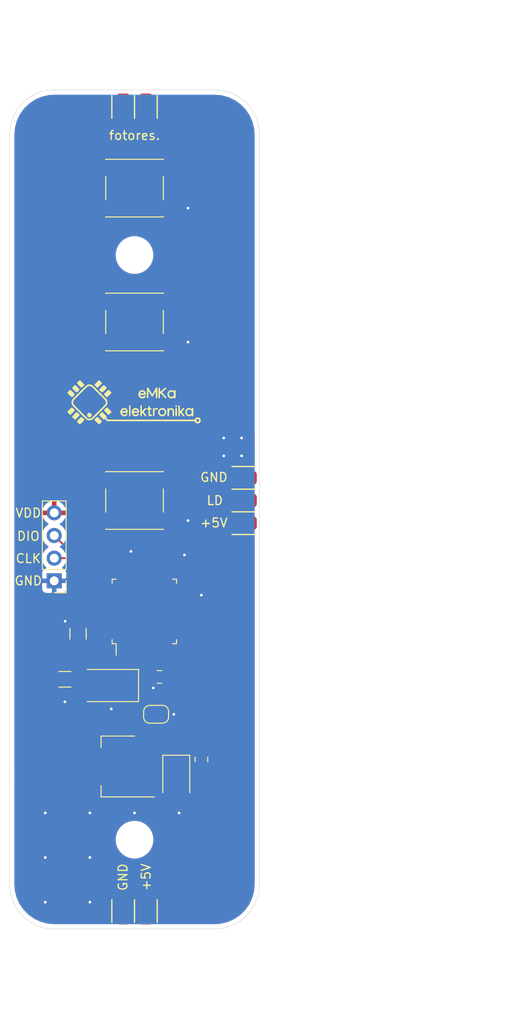
<source format=kicad_pcb>
(kicad_pcb (version 20171130) (host pcbnew "(5.1.6)-1")
  (layers (0 F.Cu signal) (31 B.Cu signal) (34 B.Paste user) (35 F.Paste user) (36 B.SilkS user) (37 F.SilkS user) (38 B.Mask user) (39 F.Mask user) (44 Edge.Cuts user))
  (net 0 "")
  (net 1 GND)
  (net 2 VDD)
  (net 3 "Net-(C5-Pad1)")
  (net 4 "Net-(C6-Pad1)")
  (net 5 "Net-(JP1-Pad2)")
  (net 6 "Net-(U1-Pad46)")
  (net 7 "Net-(U1-Pad45)")
  (net 8 "Net-(U1-Pad43)")
  (net 9 "Net-(U1-Pad42)")
  (net 10 "Net-(U1-Pad41)")
  (net 11 "Net-(U1-Pad40)")
  (net 12 "Net-(U1-Pad39)")
  (net 13 "Net-(U1-Pad38)")
  (net 14 /SW_CLK)
  (net 15 /SW_DIO)
  (net 16 "Net-(U1-Pad33)")
  (net 17 "Net-(U1-Pad32)")
  (net 18 "Net-(U1-Pad28)")
  (net 19 "Net-(U1-Pad27)")
  (net 20 "Net-(U1-Pad26)")
  (net 21 "Net-(U1-Pad25)")
  (net 22 "Net-(U1-Pad22)")
  (net 23 "Net-(U1-Pad21)")
  (net 24 "Net-(U1-Pad20)")
  (net 25 "Net-(U1-Pad18)")
  (net 26 /LED_DATA)
  (net 27 "Net-(U1-Pad16)")
  (net 28 "Net-(U1-Pad15)")
  (net 29 "Net-(U1-Pad14)")
  (net 30 "Net-(U1-Pad13)")
  (net 31 "Net-(U1-Pad12)")
  (net 32 "Net-(U1-Pad11)")
  (net 33 "Net-(U1-Pad10)")
  (net 34 "Net-(U1-Pad2)")
  (net 35 "Net-(U1-Pad1)")
  (net 36 +5V)
  (net 37 "Net-(C9-Pad1)")
  (net 38 "Net-(C10-Pad1)")
  (net 39 /FD_analog)
  (net 40 /SW_1)
  (net 41 /SW_2)
  (net 42 /SW_3)
  (module eMKa_CONNECTORS:easy_plug_short_x2 (layer F.Cu) (at 113.73 54.895)
    (fp_text reference J4 hide)
    (fp_text value Conn_01x02)
    (pad 2 smd roundrect (at 2.54 0) (size 1.524 3) (layers F.Cu F.Mask) (net 39 /FD_analog))
    (pad 1 smd roundrect (at 0 0) (size 1.524 3) (layers F.Cu F.Mask) (net 2 VDD))
  )
  (module eMKa_CONNECTORS:easy_plug_short_x3 (layer F.Cu) (at 127.2 96.45 270)
    (fp_text reference J3 hide)
    (fp_text value Conn_01x03)
    (pad 3 smd roundrect (at 5.08 0 270) (size 1.524 3) (layers F.Cu F.Mask) (net 36 +5V))
    (pad 2 smd roundrect (at 2.54 0 270) (size 1.524 3) (layers F.Cu F.Mask) (net 26 /LED_DATA))
    (pad 1 smd roundrect (at 0 0 270) (size 1.524 3) (layers F.Cu F.Mask) (net 1 GND))
  )
  (module eMKa_CONNECTORS:easy_plug_short_x2 (layer F.Cu) (at 113.73 144.99)
    (fp_text reference J1 hide)
    (fp_text value Conn_01x02)
    (pad 2 smd roundrect (at 2.54 0) (size 1.524 3) (layers F.Cu F.Mask) (net 36 +5V))
    (pad 1 smd roundrect (at 0 0) (size 1.524 3) (layers F.Cu F.Mask) (net 1 GND))
  )
  (module Connector_PinHeader_2.54mm:PinHeader_1x04_P2.54mm_Vertical (layer F.Cu) (at 106 107.99 180)
    (fp_text reference J2 hide)
    (fp_text value Conn_01x04)
    (pad 4 thru_hole oval (at 0 7.62 180) (size 1.7 1.7) (drill 1) (layers *.Cu *.Mask) (net 2 VDD))
    (pad 3 thru_hole oval (at 0 5.08 180) (size 1.7 1.7) (drill 1) (layers *.Cu *.Mask) (net 15 /SW_DIO))
    (pad 2 thru_hole oval (at 0 2.54 180) (size 1.7 1.7) (drill 1) (layers *.Cu *.Mask) (net 14 /SW_CLK))
    (pad 1 thru_hole rect (at 0 0 180) (size 1.7 1.7) (drill 1) (layers *.Cu *.Mask) (net 1 GND))
  )
  (module eMKa_SIMBOLS:emka_logo_male (layer F.Cu) (at 115 87.99)
    (fp_text reference G1 hide)
    (fp_text value eMKa_elektronika_LOGO hide)
  )
  (module MountingHole:MountingHole_3.2mm_M3 (layer F.Cu) (at 115 136.99)
    (fp_text reference H2 hide)
    (fp_text value MountingHole)
    (pad 1 np_thru_hole circle (at 0 0) (size 3.2 3.2) (drill 3.2) (layers *.Cu *.Mask))
  )
  (module MountingHole:MountingHole_3.2mm_M3 (layer F.Cu) (at 115 71.49)
    (fp_text reference H1 hide)
    (fp_text value MountingHole)
    (pad 1 np_thru_hole circle (at 0 0) (size 3.2 3.2) (drill 3.2) (layers *.Cu *.Mask))
  )
  (module Button_Switch_SMD:SW_SPST_PTS645 (layer F.Cu) (at 115 98.99)
    (fp_text reference SW3 hide)
    (fp_text value SW_Push)
    (pad 2 smd rect (at 3.98 2.25) (size 1.55 1.3) (layers F.Cu F.Paste F.Mask) (net 1 GND))
    (pad 1 smd rect (at 3.98 -2.25) (size 1.55 1.3) (layers F.Cu F.Paste F.Mask) (net 42 /SW_3))
    (pad 1 smd rect (at -3.98 -2.25) (size 1.55 1.3) (layers F.Cu F.Paste F.Mask) (net 42 /SW_3))
    (pad 2 smd rect (at -3.98 2.25) (size 1.55 1.3) (layers F.Cu F.Paste F.Mask) (net 1 GND))
  )
  (module Button_Switch_SMD:SW_SPST_PTS645 (layer F.Cu) (at 115 78.99)
    (fp_text reference SW2 hide)
    (fp_text value SW_Push)
    (pad 2 smd rect (at 3.98 2.25) (size 1.55 1.3) (layers F.Cu F.Paste F.Mask) (net 1 GND))
    (pad 1 smd rect (at 3.98 -2.25) (size 1.55 1.3) (layers F.Cu F.Paste F.Mask) (net 41 /SW_2))
    (pad 1 smd rect (at -3.98 -2.25) (size 1.55 1.3) (layers F.Cu F.Paste F.Mask) (net 41 /SW_2))
    (pad 2 smd rect (at -3.98 2.25) (size 1.55 1.3) (layers F.Cu F.Paste F.Mask) (net 1 GND))
  )
  (module Button_Switch_SMD:SW_SPST_PTS645 (layer F.Cu) (at 115 63.99)
    (fp_text reference SW1 hide)
    (fp_text value SW_Push)
    (pad 2 smd rect (at 3.98 2.25) (size 1.55 1.3) (layers F.Cu F.Paste F.Mask) (net 1 GND))
    (pad 1 smd rect (at 3.98 -2.25) (size 1.55 1.3) (layers F.Cu F.Paste F.Mask) (net 40 /SW_1))
    (pad 1 smd rect (at -3.98 -2.25) (size 1.55 1.3) (layers F.Cu F.Paste F.Mask) (net 40 /SW_1))
    (pad 2 smd rect (at -3.98 2.25) (size 1.55 1.3) (layers F.Cu F.Paste F.Mask) (net 1 GND))
  )
  (module Resistor_SMD:R_0402_1005Metric (layer F.Cu) (at 122 105.08 180)
    (fp_text reference R2 hide)
    (fp_text value 4K7)
    (pad 2 smd roundrect (at 0.485 0 180) (size 0.59 0.64) (layers F.Cu F.Paste F.Mask) (net 1 GND))
    (pad 1 smd roundrect (at -0.485 0 180) (size 0.59 0.64) (layers F.Cu F.Paste F.Mask) (net 39 /FD_analog))
  )
  (module Package_TO_SOT_SMD:SOT-223-3_TabPin2 (layer F.Cu) (at 113.16 128.79 180)
    (fp_text reference U2 hide)
    (fp_text value AMS1117-3.3)
    (pad 1 smd rect (at -3.15 -2.3 180) (size 2 1.5) (layers F.Cu F.Paste F.Mask) (net 1 GND))
    (pad 3 smd rect (at -3.15 2.3 180) (size 2 1.5) (layers F.Cu F.Paste F.Mask) (net 36 +5V))
    (pad 2 smd rect (at -3.15 0 180) (size 2 1.5) (layers F.Cu F.Paste F.Mask) (net 2 VDD))
    (pad 2 smd rect (at 3.15 0 180) (size 2 3.8) (layers F.Cu F.Paste F.Mask) (net 2 VDD))
  )
  (module Capacitor_SMD:C_0805_2012Metric (layer F.Cu) (at 122.5 127.99 270)
    (fp_text reference C12 hide)
    (fp_text value 1u)
    (pad 2 smd roundrect (at 0.9375 0 270) (size 0.975 1.4) (layers F.Cu F.Paste F.Mask) (net 1 GND))
    (pad 1 smd roundrect (at -0.9375 0 270) (size 0.975 1.4) (layers F.Cu F.Paste F.Mask) (net 36 +5V))
  )
  (module Capacitor_Tantalum_SMD:CP_EIA-3528-21_Kemet-B (layer F.Cu) (at 119.68 129.99 270)
    (fp_text reference C11 hide)
    (fp_text value 22u)
    (pad 2 smd roundrect (at 1.5375 0 270) (size 1.325 2.35) (layers F.Cu F.Paste F.Mask) (roundrect_rratio 0.188679) (net 1 GND))
    (pad 1 smd roundrect (at -1.5375 0 270) (size 1.325 2.35) (layers F.Cu F.Paste F.Mask) (roundrect_rratio 0.188679) (net 2 VDD))
  )
  (module Crystal:Crystal_SMD_3215-2Pin_3.2x1.5mm (layer F.Cu) (at 107.2 119.02)
    (fp_text reference Y2 hide)
    (fp_text value 32K768)
    (pad 2 smd rect (at -1.25 0) (size 1 1.8) (layers F.Cu F.Paste F.Mask) (net 37 "Net-(C9-Pad1)"))
    (pad 1 smd rect (at 1.25 0) (size 1 1.8) (layers F.Cu F.Paste F.Mask) (net 38 "Net-(C10-Pad1)"))
  )
  (module Crystal:Crystal_SMD_5032-2Pin_5.0x3.2mm (layer F.Cu) (at 112.4 119.72 180)
    (fp_text reference Y1 hide)
    (fp_text value 8M)
    (pad 2 smd rect (at 1.85 0 180) (size 2 2.4) (layers F.Cu F.Paste F.Mask) (net 3 "Net-(C5-Pad1)"))
    (pad 1 smd rect (at -1.85 0 180) (size 2 2.4) (layers F.Cu F.Paste F.Mask) (net 4 "Net-(C6-Pad1)"))
  )
  (module Package_QFP:LQFP-48_7x7mm_P0.5mm (layer F.Cu) (at 116.1 111.42 90)
    (fp_text reference U1 hide)
    (fp_text value STM32F103C8Tx)
    (pad 48 smd roundrect (at -2.75 -4.1625 90) (size 0.3 1.475) (layers F.Cu F.Paste F.Mask) (net 2 VDD))
    (pad 47 smd roundrect (at -2.25 -4.1625 90) (size 0.3 1.475) (layers F.Cu F.Paste F.Mask) (net 1 GND))
    (pad 46 smd roundrect (at -1.75 -4.1625 90) (size 0.3 1.475) (layers F.Cu F.Paste F.Mask) (net 6 "Net-(U1-Pad46)"))
    (pad 45 smd roundrect (at -1.25 -4.1625 90) (size 0.3 1.475) (layers F.Cu F.Paste F.Mask) (net 7 "Net-(U1-Pad45)"))
    (pad 44 smd roundrect (at -0.75 -4.1625 90) (size 0.3 1.475) (layers F.Cu F.Paste F.Mask) (net 1 GND))
    (pad 43 smd roundrect (at -0.25 -4.1625 90) (size 0.3 1.475) (layers F.Cu F.Paste F.Mask) (net 8 "Net-(U1-Pad43)"))
    (pad 42 smd roundrect (at 0.25 -4.1625 90) (size 0.3 1.475) (layers F.Cu F.Paste F.Mask) (net 9 "Net-(U1-Pad42)"))
    (pad 41 smd roundrect (at 0.75 -4.1625 90) (size 0.3 1.475) (layers F.Cu F.Paste F.Mask) (net 10 "Net-(U1-Pad41)"))
    (pad 40 smd roundrect (at 1.25 -4.1625 90) (size 0.3 1.475) (layers F.Cu F.Paste F.Mask) (net 11 "Net-(U1-Pad40)"))
    (pad 39 smd roundrect (at 1.75 -4.1625 90) (size 0.3 1.475) (layers F.Cu F.Paste F.Mask) (net 12 "Net-(U1-Pad39)"))
    (pad 38 smd roundrect (at 2.25 -4.1625 90) (size 0.3 1.475) (layers F.Cu F.Paste F.Mask) (net 13 "Net-(U1-Pad38)"))
    (pad 37 smd roundrect (at 2.75 -4.1625 90) (size 0.3 1.475) (layers F.Cu F.Paste F.Mask) (net 14 /SW_CLK))
    (pad 36 smd roundrect (at 4.1625 -2.75 90) (size 1.475 0.3) (layers F.Cu F.Paste F.Mask) (net 2 VDD))
    (pad 35 smd roundrect (at 4.1625 -2.25 90) (size 1.475 0.3) (layers F.Cu F.Paste F.Mask) (net 1 GND))
    (pad 34 smd roundrect (at 4.1625 -1.75 90) (size 1.475 0.3) (layers F.Cu F.Paste F.Mask) (net 15 /SW_DIO))
    (pad 33 smd roundrect (at 4.1625 -1.25 90) (size 1.475 0.3) (layers F.Cu F.Paste F.Mask) (net 16 "Net-(U1-Pad33)"))
    (pad 32 smd roundrect (at 4.1625 -0.75 90) (size 1.475 0.3) (layers F.Cu F.Paste F.Mask) (net 17 "Net-(U1-Pad32)"))
    (pad 31 smd roundrect (at 4.1625 -0.25 90) (size 1.475 0.3) (layers F.Cu F.Paste F.Mask) (net 40 /SW_1))
    (pad 30 smd roundrect (at 4.1625 0.25 90) (size 1.475 0.3) (layers F.Cu F.Paste F.Mask) (net 41 /SW_2))
    (pad 29 smd roundrect (at 4.1625 0.75 90) (size 1.475 0.3) (layers F.Cu F.Paste F.Mask) (net 42 /SW_3))
    (pad 28 smd roundrect (at 4.1625 1.25 90) (size 1.475 0.3) (layers F.Cu F.Paste F.Mask) (net 18 "Net-(U1-Pad28)"))
    (pad 27 smd roundrect (at 4.1625 1.75 90) (size 1.475 0.3) (layers F.Cu F.Paste F.Mask) (net 19 "Net-(U1-Pad27)"))
    (pad 26 smd roundrect (at 4.1625 2.25 90) (size 1.475 0.3) (layers F.Cu F.Paste F.Mask) (net 20 "Net-(U1-Pad26)"))
    (pad 25 smd roundrect (at 4.1625 2.75 90) (size 1.475 0.3) (layers F.Cu F.Paste F.Mask) (net 21 "Net-(U1-Pad25)"))
    (pad 24 smd roundrect (at 2.75 4.1625 90) (size 0.3 1.475) (layers F.Cu F.Paste F.Mask) (net 2 VDD))
    (pad 23 smd roundrect (at 2.25 4.1625 90) (size 0.3 1.475) (layers F.Cu F.Paste F.Mask) (net 1 GND))
    (pad 22 smd roundrect (at 1.75 4.1625 90) (size 0.3 1.475) (layers F.Cu F.Paste F.Mask) (net 22 "Net-(U1-Pad22)"))
    (pad 21 smd roundrect (at 1.25 4.1625 90) (size 0.3 1.475) (layers F.Cu F.Paste F.Mask) (net 23 "Net-(U1-Pad21)"))
    (pad 20 smd roundrect (at 0.75 4.1625 90) (size 0.3 1.475) (layers F.Cu F.Paste F.Mask) (net 24 "Net-(U1-Pad20)"))
    (pad 19 smd roundrect (at 0.25 4.1625 90) (size 0.3 1.475) (layers F.Cu F.Paste F.Mask) (net 39 /FD_analog))
    (pad 18 smd roundrect (at -0.25 4.1625 90) (size 0.3 1.475) (layers F.Cu F.Paste F.Mask) (net 25 "Net-(U1-Pad18)"))
    (pad 17 smd roundrect (at -0.75 4.1625 90) (size 0.3 1.475) (layers F.Cu F.Paste F.Mask) (net 26 /LED_DATA))
    (pad 16 smd roundrect (at -1.25 4.1625 90) (size 0.3 1.475) (layers F.Cu F.Paste F.Mask) (net 27 "Net-(U1-Pad16)"))
    (pad 15 smd roundrect (at -1.75 4.1625 90) (size 0.3 1.475) (layers F.Cu F.Paste F.Mask) (net 28 "Net-(U1-Pad15)"))
    (pad 14 smd roundrect (at -2.25 4.1625 90) (size 0.3 1.475) (layers F.Cu F.Paste F.Mask) (net 29 "Net-(U1-Pad14)"))
    (pad 13 smd roundrect (at -2.75 4.1625 90) (size 0.3 1.475) (layers F.Cu F.Paste F.Mask) (net 30 "Net-(U1-Pad13)"))
    (pad 12 smd roundrect (at -4.1625 2.75 90) (size 1.475 0.3) (layers F.Cu F.Paste F.Mask) (net 31 "Net-(U1-Pad12)"))
    (pad 11 smd roundrect (at -4.1625 2.25 90) (size 1.475 0.3) (layers F.Cu F.Paste F.Mask) (net 32 "Net-(U1-Pad11)"))
    (pad 10 smd roundrect (at -4.1625 1.75 90) (size 1.475 0.3) (layers F.Cu F.Paste F.Mask) (net 33 "Net-(U1-Pad10)"))
    (pad 9 smd roundrect (at -4.1625 1.25 90) (size 1.475 0.3) (layers F.Cu F.Paste F.Mask) (net 2 VDD))
    (pad 8 smd roundrect (at -4.1625 0.75 90) (size 1.475 0.3) (layers F.Cu F.Paste F.Mask) (net 1 GND))
    (pad 7 smd roundrect (at -4.1625 0.25 90) (size 1.475 0.3) (layers F.Cu F.Paste F.Mask) (net 5 "Net-(JP1-Pad2)"))
    (pad 6 smd roundrect (at -4.1625 -0.25 90) (size 1.475 0.3) (layers F.Cu F.Paste F.Mask) (net 4 "Net-(C6-Pad1)"))
    (pad 5 smd roundrect (at -4.1625 -0.75 90) (size 1.475 0.3) (layers F.Cu F.Paste F.Mask) (net 3 "Net-(C5-Pad1)"))
    (pad 4 smd roundrect (at -4.1625 -1.25 90) (size 1.475 0.3) (layers F.Cu F.Paste F.Mask) (net 38 "Net-(C10-Pad1)"))
    (pad 3 smd roundrect (at -4.1625 -1.75 90) (size 1.475 0.3) (layers F.Cu F.Paste F.Mask) (net 37 "Net-(C9-Pad1)"))
    (pad 2 smd roundrect (at -4.1625 -2.25 90) (size 1.475 0.3) (layers F.Cu F.Paste F.Mask) (net 34 "Net-(U1-Pad2)"))
    (pad 1 smd roundrect (at -4.1625 -2.75 90) (size 1.475 0.3) (layers F.Cu F.Paste F.Mask) (net 35 "Net-(U1-Pad1)"))
  )
  (module Resistor_SMD:R_0402_1005Metric (layer F.Cu) (at 117.43 121.06 180)
    (fp_text reference R1 hide)
    (fp_text value 4K7)
    (pad 2 smd roundrect (at 0.485 0 180) (size 0.59 0.64) (layers F.Cu F.Paste F.Mask) (net 5 "Net-(JP1-Pad2)"))
    (pad 1 smd roundrect (at -0.485 0 180) (size 0.59 0.64) (layers F.Cu F.Paste F.Mask) (net 2 VDD))
  )
  (module Jumper:SolderJumper-2_P1.3mm_Open_RoundedPad1.0x1.5mm (layer F.Cu) (at 117.42 122.94 180)
    (fp_text reference JP1 hide)
    (fp_text value Jumper)
    (pad 2 smd custom (at 0.65 0 180) (size 1 0.5) (layers F.Cu F.Mask) (net 5 "Net-(JP1-Pad2)") (options (clearance outline) (anchor rect)) (primitives (gr_circle (center 0 0.25) (end 0.5 0.25) (width 0)) (gr_circle (center 0 -0.25) (end 0.5 -0.25) (width 0)) (gr_poly (pts (xy 0 -0.75) (xy -0.5 -0.75) (xy -0.5 0.75) (xy 0 0.75)) (width 0))))
    (pad 1 smd custom (at -0.65 0 180) (size 1 0.5) (layers F.Cu F.Mask) (net 1 GND) (options (clearance outline) (anchor rect)) (primitives (gr_circle (center 0 0.25) (end 0.5 0.25) (width 0)) (gr_circle (center 0 -0.25) (end 0.5 -0.25) (width 0)) (gr_poly (pts (xy 0 -0.75) (xy 0.5 -0.75) (xy 0.5 0.75) (xy 0 0.75)) (width 0))))
  )
  (module Capacitor_SMD:C_0402_1005Metric (layer F.Cu) (at 108.2 120.82 180)
    (fp_text reference C10 hide)
    (fp_text value 12p)
    (pad 2 smd roundrect (at 0.485 0 180) (size 0.59 0.64) (layers F.Cu F.Paste F.Mask) (net 1 GND))
    (pad 1 smd roundrect (at -0.485 0 180) (size 0.59 0.64) (layers F.Cu F.Paste F.Mask) (net 38 "Net-(C10-Pad1)"))
  )
  (module Capacitor_SMD:C_0402_1005Metric (layer F.Cu) (at 106.2 120.82)
    (fp_text reference C9 hide)
    (fp_text value 12p)
    (pad 2 smd roundrect (at 0.485 0) (size 0.59 0.64) (layers F.Cu F.Paste F.Mask) (net 1 GND))
    (pad 1 smd roundrect (at -0.485 0) (size 0.59 0.64) (layers F.Cu F.Paste F.Mask) (net 37 "Net-(C9-Pad1)"))
  )
  (module Capacitor_SMD:C_0805_2012Metric (layer F.Cu) (at 117.8 118.75 180)
    (fp_text reference C8 hide)
    (fp_text value 1u)
    (pad 2 smd roundrect (at 0.9375 0 180) (size 0.975 1.4) (layers F.Cu F.Paste F.Mask) (net 1 GND))
    (pad 1 smd roundrect (at -0.9375 0 180) (size 0.975 1.4) (layers F.Cu F.Paste F.Mask) (net 2 VDD))
  )
  (module Capacitor_SMD:C_0402_1005Metric (layer F.Cu) (at 117.4 117.22 180)
    (fp_text reference C7 hide)
    (fp_text value 10n)
    (pad 2 smd roundrect (at 0.485 0 180) (size 0.59 0.64) (layers F.Cu F.Paste F.Mask) (net 1 GND))
    (pad 1 smd roundrect (at -0.485 0 180) (size 0.59 0.64) (layers F.Cu F.Paste F.Mask) (net 2 VDD))
  )
  (module Capacitor_SMD:C_0402_1005Metric (layer F.Cu) (at 113.9 122.32 180)
    (fp_text reference C6 hide)
    (fp_text value 20p)
    (pad 2 smd roundrect (at 0.485 0 180) (size 0.59 0.64) (layers F.Cu F.Paste F.Mask) (net 1 GND))
    (pad 1 smd roundrect (at -0.485 0 180) (size 0.59 0.64) (layers F.Cu F.Paste F.Mask) (net 4 "Net-(C6-Pad1)"))
  )
  (module Capacitor_SMD:C_0402_1005Metric (layer F.Cu) (at 110.9 122.32)
    (fp_text reference C5 hide)
    (fp_text value 20p)
    (pad 2 smd roundrect (at 0.485 0) (size 0.59 0.64) (layers F.Cu F.Paste F.Mask) (net 1 GND))
    (pad 1 smd roundrect (at -0.485 0) (size 0.59 0.64) (layers F.Cu F.Paste F.Mask) (net 3 "Net-(C5-Pad1)"))
  )
  (module Capacitor_SMD:C_0402_1005Metric (layer F.Cu) (at 110.4 113.92 90)
    (fp_text reference C4 hide)
    (fp_text value 100n)
    (pad 2 smd roundrect (at 0.485 0 90) (size 0.59 0.64) (layers F.Cu F.Paste F.Mask) (net 1 GND))
    (pad 1 smd roundrect (at -0.485 0 90) (size 0.59 0.64) (layers F.Cu F.Paste F.Mask) (net 2 VDD))
  )
  (module Capacitor_SMD:C_0402_1005Metric (layer F.Cu) (at 113.6 105.7)
    (fp_text reference C3 hide)
    (fp_text value 100n)
    (pad 2 smd roundrect (at 0.485 0) (size 0.59 0.64) (layers F.Cu F.Paste F.Mask) (net 1 GND))
    (pad 1 smd roundrect (at -0.485 0) (size 0.59 0.64) (layers F.Cu F.Paste F.Mask) (net 2 VDD))
  )
  (module Capacitor_SMD:C_0402_1005Metric (layer F.Cu) (at 121.83 108.92 270)
    (fp_text reference C2 hide)
    (fp_text value 100n)
    (pad 2 smd roundrect (at 0.485 0 270) (size 0.59 0.64) (layers F.Cu F.Paste F.Mask) (net 1 GND))
    (pad 1 smd roundrect (at -0.485 0 270) (size 0.59 0.64) (layers F.Cu F.Paste F.Mask) (net 2 VDD))
  )
  (module Capacitor_SMD:C_1206_3216Metric (layer F.Cu) (at 108.67 113.92 90)
    (fp_text reference C1 hide)
    (fp_text value 4,7u)
    (pad 2 smd roundrect (at 1.4 0 90) (size 1.25 1.75) (layers F.Cu F.Paste F.Mask) (roundrect_rratio 0.2) (net 1 GND))
    (pad 1 smd roundrect (at -1.4 0 90) (size 1.25 1.75) (layers F.Cu F.Paste F.Mask) (roundrect_rratio 0.2) (net 2 VDD))
  )
  (gr_text fotores. (at 115 58.09) (layer F.SilkS) (effects (font (size 1 1))))
  (gr_text CLK (at 103.1 105.49) (layer F.SilkS) (effects (font (size 1 1))))
  (gr_text DIO (at 103.1 102.99) (layer F.SilkS) (effects (font (size 1 1))))
  (gr_text GND (at 103.1 107.99) (layer F.SilkS) (effects (font (size 1 1))))
  (gr_text VDD (at 103.1 100.39) (layer F.SilkS) (effects (font (size 1 1))))
  (gr_text LD (at 124 98.99) (layer F.SilkS) (effects (font (size 1 1))))
  (gr_text +5V (at 123.9 101.49) (layer F.SilkS) (effects (font (size 1 1))))
  (gr_text "GND\n" (at 123.9 96.39) (layer F.SilkS) (effects (font (size 1 1))))
  (gr_text +5V (at 116.3 141.19 90) (layer F.SilkS) (effects (font (size 1 1))))
  (gr_text "GND\n" (at 113.7 141.19 90) (layer F.SilkS) (effects (font (size 1 1))))
  (gr_arc (start 106 141.99) (end 101 141.99) (angle -90) (layer Edge.Cuts) (width 0.05))
  (gr_line (start 124 146.99) (end 106 146.99) (layer Edge.Cuts) (width 0.05))
  (gr_arc (start 124 141.99) (end 124 146.99) (angle -90) (layer Edge.Cuts) (width 0.05))
  (gr_arc (start 124 57.99) (end 129 57.99) (angle -90) (layer Edge.Cuts) (width 0.05))
  (gr_arc (start 106 57.99) (end 106 52.99) (angle -90) (layer Edge.Cuts) (width 0.05))
  (gr_line (start 106 52.99) (end 124 52.99) (layer Edge.Cuts) (width 0.05))
  (gr_line (start 101 57.99) (end 101 141.99) (layer Edge.Cuts) (width 0.05))
  (gr_line (start 129 57.99) (end 129 141.99) (layer Edge.Cuts) (width 0.05))
  (segment (start 116.85 117.155) (end 116.915 117.22) (width 0.2) (layer F.Cu) (net 1))
  (segment (start 116.85 115.5825) (end 116.85 117.155) (width 0.2) (layer F.Cu) (net 1))
  (segment (start 113.85 105.935) (end 114.085 105.7) (width 0.2) (layer F.Cu) (net 1))
  (segment (start 113.85 107.2575) (end 113.85 105.935) (width 0.2) (layer F.Cu) (net 1))
  (segment (start 110.635 113.67) (end 110.4 113.435) (width 0.2) (layer F.Cu) (net 1))
  (segment (start 111.9375 113.67) (end 110.635 113.67) (width 0.2) (layer F.Cu) (net 1))
  (segment (start 121.595 109.17) (end 121.83 109.405) (width 0.2) (layer F.Cu) (net 1))
  (segment (start 120.2625 109.17) (end 121.595 109.17) (width 0.2) (layer F.Cu) (net 1))
  (segment (start 118.98 101.24) (end 111.02 101.24) (width 0.2) (layer F.Cu) (net 1))
  (segment (start 111.02 81.24) (end 118.98 81.24) (width 0.2) (layer F.Cu) (net 1))
  (segment (start 111.02 66.24) (end 118.98 66.24) (width 0.2) (layer F.Cu) (net 1))
  (via (at 105 143.99) (size 0.6) (drill 0.3) (layers F.Cu B.Cu) (net 1))
  (via (at 110 143.99) (size 0.6) (drill 0.3) (layers F.Cu B.Cu) (net 1))
  (via (at 110 138.99) (size 0.6) (drill 0.3) (layers F.Cu B.Cu) (net 1))
  (via (at 105 138.99) (size 0.6) (drill 0.3) (layers F.Cu B.Cu) (net 1))
  (via (at 105 133.99) (size 0.6) (drill 0.3) (layers F.Cu B.Cu) (net 1))
  (via (at 110 133.99) (size 0.6) (drill 0.3) (layers F.Cu B.Cu) (net 1))
  (via (at 115 133.99) (size 0.6) (drill 0.3) (layers F.Cu B.Cu) (net 1))
  (via (at 120 133.99) (size 0.6) (drill 0.3) (layers F.Cu B.Cu) (net 1))
  (via (at 119.4 122.94) (size 0.6) (drill 0.3) (layers F.Cu B.Cu) (net 1))
  (segment (start 118.07 122.94) (end 119.4 122.94) (width 0.2) (layer F.Cu) (net 1))
  (segment (start 116.915 118.6975) (end 116.8625 118.75) (width 0.2) (layer F.Cu) (net 1))
  (segment (start 116.915 117.22) (end 116.915 118.6975) (width 0.2) (layer F.Cu) (net 1))
  (via (at 117.1 119.99) (size 0.6) (drill 0.3) (layers F.Cu B.Cu) (net 1))
  (segment (start 116.8625 118.75) (end 116.8625 119.7525) (width 0.2) (layer F.Cu) (net 1))
  (segment (start 116.8625 119.7525) (end 117.1 119.99) (width 0.2) (layer F.Cu) (net 1))
  (via (at 112.4 122.34) (size 0.6) (drill 0.3) (layers F.Cu B.Cu) (net 1))
  (segment (start 112.43 122.32) (end 112.42 122.32) (width 0.2) (layer F.Cu) (net 1))
  (segment (start 112.42 122.32) (end 112.4 122.34) (width 0.2) (layer F.Cu) (net 1))
  (segment (start 112.43 122.32) (end 111.385 122.32) (width 0.2) (layer F.Cu) (net 1))
  (segment (start 113.415 122.32) (end 112.43 122.32) (width 0.2) (layer F.Cu) (net 1))
  (via (at 107.2 121.54) (size 0.6) (drill 0.3) (layers F.Cu B.Cu) (net 1))
  (segment (start 107.205 120.82) (end 107.715 120.82) (width 0.2) (layer F.Cu) (net 1))
  (segment (start 107.205 121.535) (end 107.2 121.54) (width 0.2) (layer F.Cu) (net 1))
  (segment (start 107.205 120.82) (end 107.205 121.535) (width 0.2) (layer F.Cu) (net 1))
  (segment (start 106.685 120.82) (end 107.205 120.82) (width 0.2) (layer F.Cu) (net 1))
  (segment (start 110.4 113.435) (end 110.02 113.435) (width 0.2) (layer F.Cu) (net 1))
  (segment (start 109.105 112.52) (end 108.67 112.52) (width 0.2) (layer F.Cu) (net 1))
  (segment (start 110.02 113.435) (end 109.105 112.52) (width 0.2) (layer F.Cu) (net 1))
  (via (at 107.225 112.515) (size 0.6) (drill 0.3) (layers F.Cu B.Cu) (net 1))
  (segment (start 108.67 112.52) (end 107.23 112.52) (width 0.2) (layer F.Cu) (net 1))
  (segment (start 107.23 112.52) (end 107.225 112.515) (width 0.2) (layer F.Cu) (net 1))
  (via (at 125 93.99) (size 0.6) (drill 0.3) (layers F.Cu B.Cu) (net 1))
  (via (at 125 91.99) (size 0.6) (drill 0.3) (layers F.Cu B.Cu) (net 1))
  (via (at 127 91.99) (size 0.6) (drill 0.3) (layers F.Cu B.Cu) (net 1))
  (via (at 127 93.99) (size 0.6) (drill 0.3) (layers F.Cu B.Cu) (net 1))
  (via (at 121 81.24) (size 0.6) (drill 0.3) (layers F.Cu B.Cu) (net 1))
  (segment (start 118.98 81.24) (end 121 81.24) (width 0.2) (layer F.Cu) (net 1))
  (via (at 121 101.24) (size 0.6) (drill 0.3) (layers F.Cu B.Cu) (net 1))
  (segment (start 118.98 101.24) (end 121 101.24) (width 0.2) (layer F.Cu) (net 1))
  (via (at 121 66.24) (size 0.6) (drill 0.3) (layers F.Cu B.Cu) (net 1))
  (segment (start 118.98 66.24) (end 121 66.24) (width 0.2) (layer F.Cu) (net 1))
  (via (at 120.6 105.09) (size 0.6) (drill 0.3) (layers F.Cu B.Cu) (net 1))
  (segment (start 121.515 105.08) (end 120.61 105.08) (width 0.2) (layer F.Cu) (net 1))
  (segment (start 120.61 105.08) (end 120.6 105.09) (width 0.2) (layer F.Cu) (net 1))
  (segment (start 111.9375 112.17) (end 110.82 112.17) (width 0.2) (layer F.Cu) (net 1))
  (segment (start 110.4 112.59) (end 110.4 113.435) (width 0.2) (layer F.Cu) (net 1))
  (segment (start 110.82 112.17) (end 110.4 112.59) (width 0.2) (layer F.Cu) (net 1))
  (via (at 114.6 104.69) (size 0.6) (drill 0.3) (layers F.Cu B.Cu) (net 1))
  (segment (start 114.085 105.7) (end 114.085 105.205) (width 0.2) (layer F.Cu) (net 1))
  (segment (start 114.085 105.205) (end 114.6 104.69) (width 0.2) (layer F.Cu) (net 1))
  (via (at 122.5 109.59) (size 0.6) (drill 0.3) (layers F.Cu B.Cu) (net 1))
  (segment (start 121.83 109.405) (end 122.315 109.405) (width 0.2) (layer F.Cu) (net 1))
  (segment (start 122.315 109.405) (end 122.5 109.59) (width 0.2) (layer F.Cu) (net 1))
  (segment (start 117.35 115.5825) (end 117.35 116.48) (width 0.2) (layer F.Cu) (net 2))
  (segment (start 117.885 117.015) (end 117.885 117.22) (width 0.2) (layer F.Cu) (net 2))
  (segment (start 117.35 116.48) (end 117.885 117.015) (width 0.2) (layer F.Cu) (net 2))
  (segment (start 113.35 105.935) (end 113.115 105.7) (width 0.2) (layer F.Cu) (net 2))
  (segment (start 113.35 107.2575) (end 113.35 105.935) (width 0.2) (layer F.Cu) (net 2))
  (segment (start 110.635 114.17) (end 110.4 114.405) (width 0.2) (layer F.Cu) (net 2))
  (segment (start 111.9375 114.17) (end 110.635 114.17) (width 0.2) (layer F.Cu) (net 2))
  (segment (start 121.595 108.67) (end 121.83 108.435) (width 0.2) (layer F.Cu) (net 2))
  (segment (start 120.2625 108.67) (end 121.595 108.67) (width 0.2) (layer F.Cu) (net 2))
  (segment (start 116.31 128.79) (end 117.7 128.79) (width 0.2) (layer F.Cu) (net 2))
  (segment (start 118.0375 128.4525) (end 119.68 128.4525) (width 0.2) (layer F.Cu) (net 2))
  (segment (start 117.7 128.79) (end 118.0375 128.4525) (width 0.2) (layer F.Cu) (net 2))
  (segment (start 110.415 122.32) (end 110.415 121.425) (width 0.2) (layer F.Cu) (net 3))
  (segment (start 110.55 121.29) (end 110.55 119.72) (width 0.2) (layer F.Cu) (net 3))
  (segment (start 110.415 121.425) (end 110.55 121.29) (width 0.2) (layer F.Cu) (net 3))
  (segment (start 110.55 118.34) (end 110.55 119.72) (width 0.2) (layer F.Cu) (net 3))
  (segment (start 114.6 117.89) (end 111 117.89) (width 0.2) (layer F.Cu) (net 3))
  (segment (start 115.35 115.5825) (end 115.35 117.14) (width 0.2) (layer F.Cu) (net 3))
  (segment (start 111 117.89) (end 110.55 118.34) (width 0.2) (layer F.Cu) (net 3))
  (segment (start 115.35 117.14) (end 114.6 117.89) (width 0.2) (layer F.Cu) (net 3))
  (segment (start 114.385 122.32) (end 114.385 121.655) (width 0.2) (layer F.Cu) (net 4))
  (segment (start 114.25 121.52) (end 114.25 119.72) (width 0.2) (layer F.Cu) (net 4))
  (segment (start 114.385 121.655) (end 114.25 121.52) (width 0.2) (layer F.Cu) (net 4))
  (segment (start 115.85 115.5825) (end 115.85 117.39) (width 0.2) (layer F.Cu) (net 4))
  (segment (start 114.25 118.99) (end 114.25 119.72) (width 0.2) (layer F.Cu) (net 4))
  (segment (start 115.85 117.39) (end 114.25 118.99) (width 0.2) (layer F.Cu) (net 4))
  (segment (start 116.35 115.5825) (end 116.35 116.49001) (width 0.2) (layer F.Cu) (net 5))
  (segment (start 116.35 116.49001) (end 116.25001 116.59) (width 0.2) (layer F.Cu) (net 5))
  (segment (start 116.25001 116.59) (end 116.25001 117.63999) (width 0.2) (layer F.Cu) (net 5))
  (segment (start 116.25001 117.63999) (end 115.8 118.09) (width 0.2) (layer F.Cu) (net 5))
  (segment (start 115.8 118.09) (end 115.8 120.19) (width 0.2) (layer F.Cu) (net 5))
  (segment (start 116.67 121.06) (end 116.945 121.06) (width 0.2) (layer F.Cu) (net 5))
  (segment (start 115.8 120.19) (end 116.67 121.06) (width 0.2) (layer F.Cu) (net 5))
  (segment (start 116.945 122.765) (end 116.77 122.94) (width 0.2) (layer F.Cu) (net 5))
  (segment (start 116.945 121.06) (end 116.945 122.765) (width 0.2) (layer F.Cu) (net 5))
  (segment (start 111.9375 108.67) (end 110.68 108.67) (width 0.2) (layer F.Cu) (net 14))
  (segment (start 107.46 105.45) (end 106 105.45) (width 0.2) (layer F.Cu) (net 14))
  (segment (start 110.68 108.67) (end 107.46 105.45) (width 0.2) (layer F.Cu) (net 14))
  (segment (start 106 102.91) (end 110.98 107.89) (width 0.2) (layer F.Cu) (net 15))
  (segment (start 110.98 107.89) (end 112.6 107.89) (width 0.2) (layer F.Cu) (net 15))
  (segment (start 112.6 107.89) (end 113.2 108.49) (width 0.2) (layer F.Cu) (net 15))
  (segment (start 113.2 108.49) (end 114.2 108.49) (width 0.2) (layer F.Cu) (net 15))
  (segment (start 114.35 108.34) (end 114.35 107.2575) (width 0.2) (layer F.Cu) (net 15))
  (segment (start 114.2 108.49) (end 114.35 108.34) (width 0.2) (layer F.Cu) (net 15))
  (segment (start 120.2625 112.17) (end 123.17 112.17) (width 0.2) (layer F.Cu) (net 26))
  (segment (start 123.17 112.17) (end 124 111.34) (width 0.2) (layer F.Cu) (net 26))
  (segment (start 124 111.34) (end 124 99.915) (width 0.2) (layer F.Cu) (net 26))
  (segment (start 124.925 98.99) (end 127.75 98.99) (width 0.2) (layer F.Cu) (net 26))
  (segment (start 124 99.915) (end 124.925 98.99) (width 0.2) (layer F.Cu) (net 26))
  (segment (start 105.715 120.82) (end 105.715 120.425) (width 0.2) (layer F.Cu) (net 37))
  (segment (start 105.95 120.19) (end 105.95 119.02) (width 0.2) (layer F.Cu) (net 37))
  (segment (start 105.715 120.425) (end 105.95 120.19) (width 0.2) (layer F.Cu) (net 37))
  (segment (start 114.35 115.5825) (end 114.35 116.83998) (width 0.2) (layer F.Cu) (net 37))
  (segment (start 114.35 116.83998) (end 114.1 117.08998) (width 0.2) (layer F.Cu) (net 37))
  (segment (start 114.1 117.08998) (end 106.50002 117.08998) (width 0.2) (layer F.Cu) (net 37))
  (segment (start 105.95 117.64) (end 105.95 119.02) (width 0.2) (layer F.Cu) (net 37))
  (segment (start 106.50002 117.08998) (end 105.95 117.64) (width 0.2) (layer F.Cu) (net 37))
  (segment (start 108.685 120.82) (end 108.685 120.355) (width 0.2) (layer F.Cu) (net 38))
  (segment (start 108.45 120.12) (end 108.45 119.02) (width 0.2) (layer F.Cu) (net 38))
  (segment (start 108.685 120.355) (end 108.45 120.12) (width 0.2) (layer F.Cu) (net 38))
  (segment (start 108.45 117.94) (end 108.45 119.02) (width 0.2) (layer F.Cu) (net 38))
  (segment (start 108.90001 117.48999) (end 108.45 117.94) (width 0.2) (layer F.Cu) (net 38))
  (segment (start 114.40001 117.48999) (end 108.90001 117.48999) (width 0.2) (layer F.Cu) (net 38))
  (segment (start 114.85 115.5825) (end 114.85 117.04) (width 0.2) (layer F.Cu) (net 38))
  (segment (start 114.85 117.04) (end 114.40001 117.48999) (width 0.2) (layer F.Cu) (net 38))
  (segment (start 120.2625 111.17) (end 122.72 111.17) (width 0.2) (layer F.Cu) (net 39))
  (segment (start 122.72 111.17) (end 123.3 110.59) (width 0.2) (layer F.Cu) (net 39))
  (segment (start 123.29 105.08) (end 123.3 105.09) (width 0.2) (layer F.Cu) (net 39))
  (segment (start 123.3 110.59) (end 123.3 105.09) (width 0.2) (layer F.Cu) (net 39))
  (segment (start 122.485 105.08) (end 123.29 105.08) (width 0.2) (layer F.Cu) (net 39))
  (segment (start 123.3 105.09) (end 123.3 55.79) (width 0.2) (layer F.Cu) (net 39))
  (segment (start 122.405 54.895) (end 116.27 54.895) (width 0.2) (layer F.Cu) (net 39))
  (segment (start 123.3 55.79) (end 122.405 54.895) (width 0.2) (layer F.Cu) (net 39))
  (segment (start 111.02 61.74) (end 118.98 61.74) (width 0.2) (layer F.Cu) (net 40))
  (segment (start 111.02 61.74) (end 109.35 61.74) (width 0.2) (layer F.Cu) (net 40))
  (segment (start 109.35 61.74) (end 108.69998 62.39002) (width 0.2) (layer F.Cu) (net 40))
  (segment (start 108.69998 62.39002) (end 108.69998 102.521377) (width 0.2) (layer F.Cu) (net 40))
  (segment (start 108.69998 102.521377) (end 109.568623 103.39002) (width 0.2) (layer F.Cu) (net 40))
  (segment (start 109.568623 103.39002) (end 115.268624 103.39002) (width 0.2) (layer F.Cu) (net 40))
  (segment (start 115.85 103.971396) (end 115.85 107.2575) (width 0.2) (layer F.Cu) (net 40))
  (segment (start 115.268624 103.39002) (end 115.85 103.971396) (width 0.2) (layer F.Cu) (net 40))
  (segment (start 111.02 76.74) (end 118.98 76.74) (width 0.2) (layer F.Cu) (net 41))
  (segment (start 111.02 76.74) (end 109.35 76.74) (width 0.2) (layer F.Cu) (net 41))
  (segment (start 109.35 76.74) (end 109.09999 76.99001) (width 0.2) (layer F.Cu) (net 41))
  (segment (start 109.09999 76.99001) (end 109.09999 102.355689) (width 0.2) (layer F.Cu) (net 41))
  (segment (start 109.09999 102.355689) (end 109.734311 102.99001) (width 0.2) (layer F.Cu) (net 41))
  (segment (start 109.734311 102.99001) (end 115.434312 102.99001) (width 0.2) (layer F.Cu) (net 41))
  (segment (start 116.35 103.905698) (end 116.35 107.2575) (width 0.2) (layer F.Cu) (net 41))
  (segment (start 115.434312 102.99001) (end 116.35 103.905698) (width 0.2) (layer F.Cu) (net 41))
  (segment (start 111.02 96.74) (end 118.98 96.74) (width 0.2) (layer F.Cu) (net 42))
  (segment (start 111.02 96.74) (end 109.95 96.74) (width 0.2) (layer F.Cu) (net 42))
  (segment (start 109.95 96.74) (end 109.5 97.19) (width 0.2) (layer F.Cu) (net 42))
  (segment (start 109.5 97.19) (end 109.5 102.19) (width 0.2) (layer F.Cu) (net 42))
  (segment (start 109.5 102.19) (end 109.9 102.59) (width 0.2) (layer F.Cu) (net 42))
  (segment (start 109.9 102.59) (end 115.6 102.59) (width 0.2) (layer F.Cu) (net 42))
  (segment (start 116.85 103.84) (end 116.85 107.2575) (width 0.2) (layer F.Cu) (net 42))
  (segment (start 115.6 102.59) (end 116.85 103.84) (width 0.2) (layer F.Cu) (net 42))
  (zone (net 36) (net_name +5V) (layer F.Cu) (priority 1) (connect_pads (clearance 0.508)) (min_thickness 0.254) (fill yes (arc_segments 32) (thermal_gap 0.508) (thermal_bridge_width 1) (smoothing chamfer) (radius 0.5))
    (polygon (pts (xy 129 146.99) (xy 115.5 146.99) (xy 115.5 136.99) (xy 125 136.99) (xy 125 127.49) (xy 115 127.49) (xy 115 125.59) (xy 125 125.59) (xy 125 100.49) (xy 129 100.49)))
  )
  (zone (net 2) (net_name VDD) (layer F.Cu) (connect_pads (clearance 0.508)) (min_thickness 0.254) (fill yes (arc_segments 32) (thermal_gap 0.508) (thermal_bridge_width 0.508) (smoothing chamfer) (radius 0.5))
    (polygon (pts (xy 129 146.99) (xy 101 146.99) (xy 101 52.99) (xy 129 52.99)))
  )
  (zone (net 1) (net_name GND) (layer F.Cu) (priority 2) (connect_pads (clearance 0.508)) (min_thickness 0.254) (fill yes (arc_segments 32) (thermal_gap 0.508) (thermal_bridge_width 0.508) (smoothing chamfer) (radius 0.5))
    (polygon (pts (xy 124 135.99) (xy 114.5 135.99) (xy 114.5 146.99) (xy 101 146.99) (xy 101 131.99) (xy 101 129.99) (xy 112.5 129.99) (xy 121 129.99) (xy 121 128.49) (xy 124 128.49)))
  )
  (zone (net 1) (net_name GND) (layer B.Cu) (priority 1) (connect_pads (clearance 0.508)) (min_thickness 0.254) (fill yes (arc_segments 32) (thermal_gap 0.508) (thermal_bridge_width 0.508) (smoothing chamfer) (radius 0.5))
    (polygon (pts (xy 129 146.99) (xy 101 146.99) (xy 101 52.99) (xy 129 52.99)))
  )
  (zone (net 1) (net_name GND) (layer F.Cu) (priority 1) (connect_pads (clearance 0.508)) (min_thickness 0.254) (fill yes (arc_segments 32) (thermal_gap 0.508) (thermal_bridge_width 1) (smoothing chamfer) (radius 0.5))
    (polygon (pts (xy 129 97.24) (xy 124 97.24) (xy 124 91.24) (xy 129 91.24)))
  )
)
</source>
